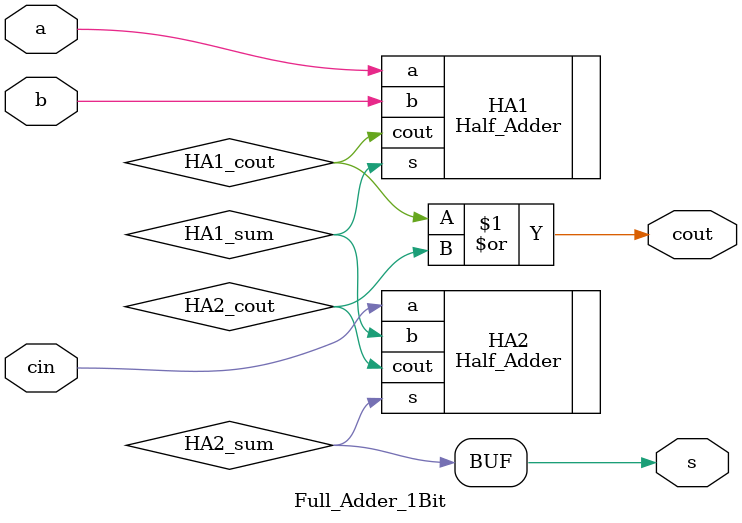
<source format=v>
module Full_Adder_1Bit(a,b,cin,s,cout);
input a,b,cin;
output s,cout;

wire HA1_sum , HA1_cout;
wire HA2_sum , HA2_cout;

Half_Adder HA1(.a(a),.b(b),.s(HA1_sum),.cout(HA1_cout));

Half_Adder HA2(.a(cin),.b(HA1_sum),.s(HA2_sum),.cout(HA2_cout));

assign s = HA2_sum;

assign cout = HA1_cout|HA2_cout;


endmodule 
</source>
